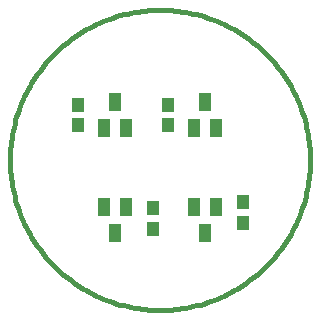
<source format=gts>
G75*
%MOIN*%
%OFA0B0*%
%FSLAX25Y25*%
%IPPOS*%
%LPD*%
%AMOC8*
5,1,8,0,0,1.08239X$1,22.5*
%
%ADD10C,0.01600*%
%ADD11R,0.04337X0.05912*%
%ADD12R,0.04337X0.04731*%
D10*
X0046300Y0091300D02*
X0046315Y0092527D01*
X0046360Y0093753D01*
X0046435Y0094978D01*
X0046541Y0096201D01*
X0046676Y0097421D01*
X0046841Y0098637D01*
X0047036Y0099848D01*
X0047261Y0101055D01*
X0047515Y0102255D01*
X0047798Y0103449D01*
X0048111Y0104636D01*
X0048453Y0105814D01*
X0048824Y0106984D01*
X0049223Y0108144D01*
X0049650Y0109295D01*
X0050106Y0110434D01*
X0050590Y0111562D01*
X0051101Y0112678D01*
X0051639Y0113781D01*
X0052204Y0114870D01*
X0052796Y0115945D01*
X0053414Y0117005D01*
X0054057Y0118050D01*
X0054727Y0119079D01*
X0055421Y0120090D01*
X0056140Y0121085D01*
X0056883Y0122062D01*
X0057649Y0123020D01*
X0058440Y0123959D01*
X0059252Y0124878D01*
X0060088Y0125777D01*
X0060945Y0126655D01*
X0061823Y0127512D01*
X0062722Y0128348D01*
X0063641Y0129160D01*
X0064580Y0129951D01*
X0065538Y0130717D01*
X0066515Y0131460D01*
X0067510Y0132179D01*
X0068521Y0132873D01*
X0069550Y0133543D01*
X0070595Y0134186D01*
X0071655Y0134804D01*
X0072730Y0135396D01*
X0073819Y0135961D01*
X0074922Y0136499D01*
X0076038Y0137010D01*
X0077166Y0137494D01*
X0078305Y0137950D01*
X0079456Y0138377D01*
X0080616Y0138776D01*
X0081786Y0139147D01*
X0082964Y0139489D01*
X0084151Y0139802D01*
X0085345Y0140085D01*
X0086545Y0140339D01*
X0087752Y0140564D01*
X0088963Y0140759D01*
X0090179Y0140924D01*
X0091399Y0141059D01*
X0092622Y0141165D01*
X0093847Y0141240D01*
X0095073Y0141285D01*
X0096300Y0141300D01*
X0097527Y0141285D01*
X0098753Y0141240D01*
X0099978Y0141165D01*
X0101201Y0141059D01*
X0102421Y0140924D01*
X0103637Y0140759D01*
X0104848Y0140564D01*
X0106055Y0140339D01*
X0107255Y0140085D01*
X0108449Y0139802D01*
X0109636Y0139489D01*
X0110814Y0139147D01*
X0111984Y0138776D01*
X0113144Y0138377D01*
X0114295Y0137950D01*
X0115434Y0137494D01*
X0116562Y0137010D01*
X0117678Y0136499D01*
X0118781Y0135961D01*
X0119870Y0135396D01*
X0120945Y0134804D01*
X0122005Y0134186D01*
X0123050Y0133543D01*
X0124079Y0132873D01*
X0125090Y0132179D01*
X0126085Y0131460D01*
X0127062Y0130717D01*
X0128020Y0129951D01*
X0128959Y0129160D01*
X0129878Y0128348D01*
X0130777Y0127512D01*
X0131655Y0126655D01*
X0132512Y0125777D01*
X0133348Y0124878D01*
X0134160Y0123959D01*
X0134951Y0123020D01*
X0135717Y0122062D01*
X0136460Y0121085D01*
X0137179Y0120090D01*
X0137873Y0119079D01*
X0138543Y0118050D01*
X0139186Y0117005D01*
X0139804Y0115945D01*
X0140396Y0114870D01*
X0140961Y0113781D01*
X0141499Y0112678D01*
X0142010Y0111562D01*
X0142494Y0110434D01*
X0142950Y0109295D01*
X0143377Y0108144D01*
X0143776Y0106984D01*
X0144147Y0105814D01*
X0144489Y0104636D01*
X0144802Y0103449D01*
X0145085Y0102255D01*
X0145339Y0101055D01*
X0145564Y0099848D01*
X0145759Y0098637D01*
X0145924Y0097421D01*
X0146059Y0096201D01*
X0146165Y0094978D01*
X0146240Y0093753D01*
X0146285Y0092527D01*
X0146300Y0091300D01*
X0146285Y0090073D01*
X0146240Y0088847D01*
X0146165Y0087622D01*
X0146059Y0086399D01*
X0145924Y0085179D01*
X0145759Y0083963D01*
X0145564Y0082752D01*
X0145339Y0081545D01*
X0145085Y0080345D01*
X0144802Y0079151D01*
X0144489Y0077964D01*
X0144147Y0076786D01*
X0143776Y0075616D01*
X0143377Y0074456D01*
X0142950Y0073305D01*
X0142494Y0072166D01*
X0142010Y0071038D01*
X0141499Y0069922D01*
X0140961Y0068819D01*
X0140396Y0067730D01*
X0139804Y0066655D01*
X0139186Y0065595D01*
X0138543Y0064550D01*
X0137873Y0063521D01*
X0137179Y0062510D01*
X0136460Y0061515D01*
X0135717Y0060538D01*
X0134951Y0059580D01*
X0134160Y0058641D01*
X0133348Y0057722D01*
X0132512Y0056823D01*
X0131655Y0055945D01*
X0130777Y0055088D01*
X0129878Y0054252D01*
X0128959Y0053440D01*
X0128020Y0052649D01*
X0127062Y0051883D01*
X0126085Y0051140D01*
X0125090Y0050421D01*
X0124079Y0049727D01*
X0123050Y0049057D01*
X0122005Y0048414D01*
X0120945Y0047796D01*
X0119870Y0047204D01*
X0118781Y0046639D01*
X0117678Y0046101D01*
X0116562Y0045590D01*
X0115434Y0045106D01*
X0114295Y0044650D01*
X0113144Y0044223D01*
X0111984Y0043824D01*
X0110814Y0043453D01*
X0109636Y0043111D01*
X0108449Y0042798D01*
X0107255Y0042515D01*
X0106055Y0042261D01*
X0104848Y0042036D01*
X0103637Y0041841D01*
X0102421Y0041676D01*
X0101201Y0041541D01*
X0099978Y0041435D01*
X0098753Y0041360D01*
X0097527Y0041315D01*
X0096300Y0041300D01*
X0095073Y0041315D01*
X0093847Y0041360D01*
X0092622Y0041435D01*
X0091399Y0041541D01*
X0090179Y0041676D01*
X0088963Y0041841D01*
X0087752Y0042036D01*
X0086545Y0042261D01*
X0085345Y0042515D01*
X0084151Y0042798D01*
X0082964Y0043111D01*
X0081786Y0043453D01*
X0080616Y0043824D01*
X0079456Y0044223D01*
X0078305Y0044650D01*
X0077166Y0045106D01*
X0076038Y0045590D01*
X0074922Y0046101D01*
X0073819Y0046639D01*
X0072730Y0047204D01*
X0071655Y0047796D01*
X0070595Y0048414D01*
X0069550Y0049057D01*
X0068521Y0049727D01*
X0067510Y0050421D01*
X0066515Y0051140D01*
X0065538Y0051883D01*
X0064580Y0052649D01*
X0063641Y0053440D01*
X0062722Y0054252D01*
X0061823Y0055088D01*
X0060945Y0055945D01*
X0060088Y0056823D01*
X0059252Y0057722D01*
X0058440Y0058641D01*
X0057649Y0059580D01*
X0056883Y0060538D01*
X0056140Y0061515D01*
X0055421Y0062510D01*
X0054727Y0063521D01*
X0054057Y0064550D01*
X0053414Y0065595D01*
X0052796Y0066655D01*
X0052204Y0067730D01*
X0051639Y0068819D01*
X0051101Y0069922D01*
X0050590Y0071038D01*
X0050106Y0072166D01*
X0049650Y0073305D01*
X0049223Y0074456D01*
X0048824Y0075616D01*
X0048453Y0076786D01*
X0048111Y0077964D01*
X0047798Y0079151D01*
X0047515Y0080345D01*
X0047261Y0081545D01*
X0047036Y0082752D01*
X0046841Y0083963D01*
X0046676Y0085179D01*
X0046541Y0086399D01*
X0046435Y0087622D01*
X0046360Y0088847D01*
X0046315Y0090073D01*
X0046300Y0091300D01*
D11*
X0081300Y0066969D03*
X0077560Y0075631D03*
X0085040Y0075631D03*
X0107560Y0075631D03*
X0115040Y0075631D03*
X0111300Y0066969D03*
X0107560Y0101969D03*
X0115040Y0101969D03*
X0111300Y0110631D03*
X0085040Y0101969D03*
X0077560Y0101969D03*
X0081300Y0110631D03*
D12*
X0068800Y0109646D03*
X0068800Y0102954D03*
X0098800Y0102954D03*
X0098800Y0109646D03*
X0123800Y0077146D03*
X0123800Y0070454D03*
X0093800Y0068454D03*
X0093800Y0075146D03*
M02*

</source>
